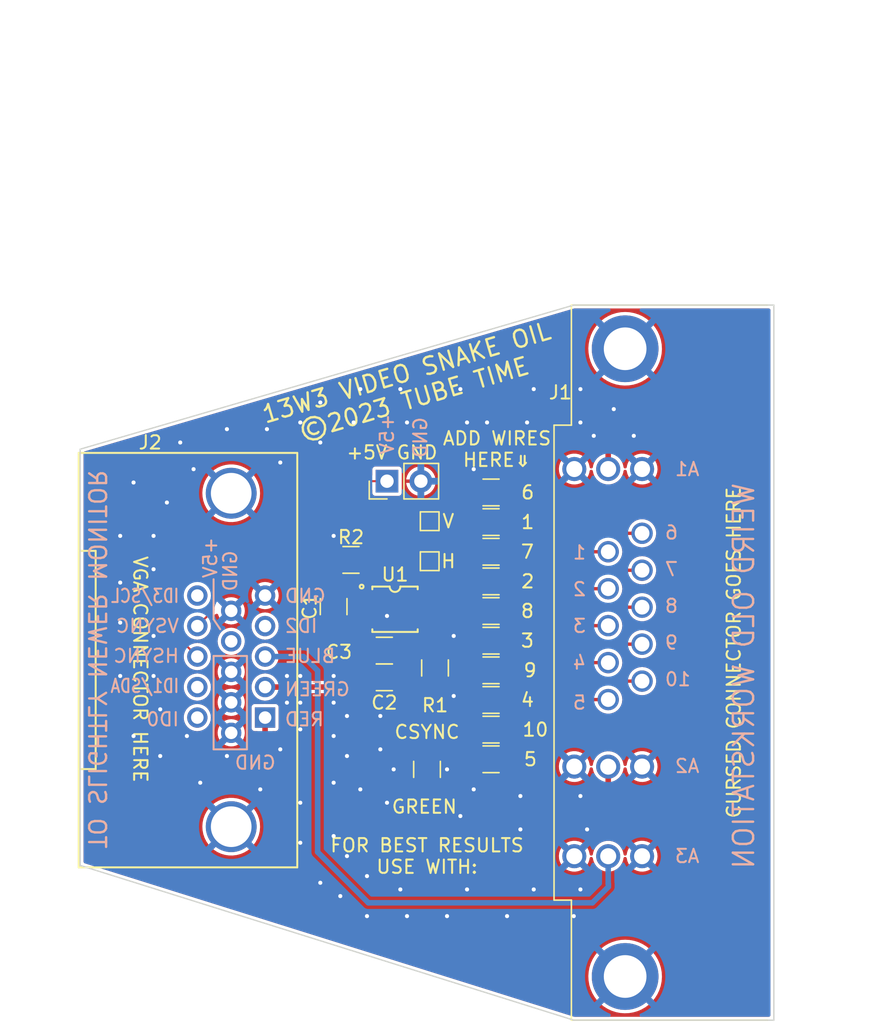
<source format=kicad_pcb>
(kicad_pcb (version 20211014) (generator pcbnew)
  (title_block (title "13W3 Video Snake Oil") (comment 1 "http://creativecommons.org/licenses/by-sa/4.0/") (comment 2 "4.0 International License. To view a copy of the license, visit ") (comment 3 "This work is licensed under the Creative Commons Attribution-ShareAlike") (comment 4 "Copyright (C) 2023 Tube Time"))
  (layers (0 "F.Cu" signal) (31 "B.Cu" signal) (34 "B.Paste" user) (35 "F.Paste" user) (36 "B.SilkS" user "B.Silkscreen") (37 "F.SilkS" user "F.Silkscreen") (38 "B.Mask" user) (39 "F.Mask" user) (44 "Edge.Cuts" user))
  (net 0 "")
  (net 1 "+5V")
  (net 2 "GND")
  (net 3 "Net-(C2-Pad1)")
  (net 4 "Net-(U1-Pad4)")
  (net 5 "Net-(J1-Pad1)")
  (net 6 "Net-(J1-Pad2)")
  (net 7 "Net-(J1-Pad3)")
  (net 8 "Net-(J1-Pad4)")
  (net 9 "Net-(J1-Pad5)")
  (net 10 "Net-(J1-Pad6)")
  (net 11 "Net-(J1-Pad7)")
  (net 12 "Net-(J1-Pad8)")
  (net 13 "Net-(J1-Pad9)")
  (net 14 "Net-(J1-Pad10)")
  (net 15 "Net-(J2-Pad3)")
  (net 19 "/~{HOUT}")
  (net 20 "/~{VOUT}")
  (net 22 "Net-(JP11-Pad1)")
  (net 23 "Net-(U1-Pad1)")
  (net 29 "Net-(J1-PadA1)")
  (net 30 "Net-(J1-PadA2)")
  (footprint "Connector_PinHeader_2.54mm:PinHeader_1x02_P2.54mm_Vertical" (layer "F.Cu") (at 128 81.4 90)
    (fp_text reference "J5" hide)
    (fp_text value "PWR")
    (fp_line (start -1.33 0) (end -1.33 -1.33) (layer "F.SilkS") (width 0.12))
    (fp_line (start -1.33 1.27) (end -1.33 3.87) (layer "F.SilkS") (width 0.12))
    (fp_line (start -1.33 -1.33) (end 0 -1.33) (layer "F.SilkS") (width 0.12))
    (fp_line (start -1.33 1.27) (end 1.33 1.27) (layer "F.SilkS") (width 0.12))
    (fp_line (start -1.33 3.87) (end 1.33 3.87) (layer "F.SilkS") (width 0.12))
    (fp_line (start 1.33 1.27) (end 1.33 3.87) (layer "F.SilkS") (width 0.12))
    (pad "1" thru_hole rect (at 0 0 90) (size 1.7 1.7) (drill 1) (layers *.Cu *.Mask) (net 1 "+5V"))
    (pad "2" thru_hole oval (at 0 2.54 90) (size 1.7 1.7) (drill 1) (layers *.Cu *.Mask) (net 2 "GND"))
  )
  (footprint "Passive:RESC2012X55" (layer "F.Cu") (at 135.8 93.355556)
    (fp_text reference "JP3" hide)
    (fp_text value "SolderJumper_2_Open")
    (fp_line (start 0.6 1) (end -0.6 1) (layer "F.SilkS") (width 0.12))
    (fp_line (start -0.6 -1) (end 0.6 -1) (layer "F.SilkS") (width 0.12))
    (pad "1" smd rect locked (at -1.25 0) (size 1.2 1.3) (layers "F.Cu" "F.Paste" "F.Mask") (net 2 "GND"))
    (pad "2" smd rect locked (at 1.25 0) (size 1.2 1.3) (layers "F.Cu" "F.Paste" "F.Mask") (net 7 "Net-(J1-Pad3)"))
  )
  (footprint "Passive:RESC2012X55" (layer "F.Cu") (at 135.8 91.133334)
    (fp_text reference "JP8" hide)
    (fp_text value "SolderJumper_2_Open")
    (fp_line (start -0.6 -1) (end 0.6 -1) (layer "F.SilkS") (width 0.12))
    (fp_line (start 0.6 1) (end -0.6 1) (layer "F.SilkS") (width 0.12))
    (pad "1" smd rect locked (at -1.25 0) (size 1.2 1.3) (layers "F.Cu" "F.Paste" "F.Mask") (net 2 "GND"))
    (pad "2" smd rect locked (at 1.25 0) (size 1.2 1.3) (layers "F.Cu" "F.Paste" "F.Mask") (net 12 "Net-(J1-Pad8)"))
  )
  (footprint "Passive:RESC2012X55" (layer "F.Cu") (at 135.8 84.466668)
    (fp_text reference "JP1" hide)
    (fp_text value "SolderJumper_2_Open")
    (fp_line (start 0.6 1) (end -0.6 1) (layer "F.SilkS") (width 0.12))
    (fp_line (start -0.6 -1) (end 0.6 -1) (layer "F.SilkS") (width 0.12))
    (pad "1" smd rect locked (at -1.25 0) (size 1.2 1.3) (layers "F.Cu" "F.Paste" "F.Mask") (net 2 "GND"))
    (pad "2" smd rect locked (at 1.25 0) (size 1.2 1.3) (layers "F.Cu" "F.Paste" "F.Mask") (net 5 "Net-(J1-Pad1)"))
  )
  (footprint "Passive:CAPC2012X55" (layer "F.Cu") (at 127.8 94.1 180)
    (fp_text reference "C3" (at 3.4 -0.1) (layer "F.SilkS"))
    (fp_text value "0.1uF")
    (fp_line (start -0.6 -1) (end 0.6 -1) (layer "F.SilkS") (width 0.12))
    (fp_line (start 0.6 1) (end -0.6 1) (layer "F.SilkS") (width 0.12))
    (pad "1" smd rect locked (at -1.25 0 180) (size 1.2 1.3) (layers "F.Cu" "F.Paste" "F.Mask") (net 3 "Net-(C2-Pad1)"))
    (pad "2" smd rect locked (at 1.25 0 180) (size 1.2 1.3) (layers "F.Cu" "F.Paste" "F.Mask") (net 4 "Net-(U1-Pad4)"))
  )
  (footprint "Passive:RESC2012X55" (layer "F.Cu") (at 135.8 82.244446)
    (fp_text reference "JP6" hide)
    (fp_text value "SolderJumper_2_Open")
    (fp_line (start 0.6 1) (end -0.6 1) (layer "F.SilkS") (width 0.12))
    (fp_line (start -0.6 -1) (end 0.6 -1) (layer "F.SilkS") (width 0.12))
    (pad "1" smd rect locked (at -1.25 0) (size 1.2 1.3) (layers "F.Cu" "F.Paste" "F.Mask") (net 2 "GND"))
    (pad "2" smd rect locked (at 1.25 0) (size 1.2 1.3) (layers "F.Cu" "F.Paste" "F.Mask") (net 10 "Net-(J1-Pad6)"))
  )
  (footprint "Passive:CAPC2012X55" (layer "F.Cu") (at 124 90.8 90)
    (fp_text reference "C1" (at 0 -1.8 90) (layer "F.SilkS"))
    (fp_text value "0.1uF")
    (fp_line (start 0.6 1) (end -0.6 1) (layer "F.SilkS") (width 0.12))
    (fp_line (start -0.6 -1) (end 0.6 -1) (layer "F.SilkS") (width 0.12))
    (pad "1" smd rect locked (at -1.25 0 90) (size 1.2 1.3) (layers "F.Cu" "F.Paste" "F.Mask") (net 1 "+5V"))
    (pad "2" smd rect locked (at 1.25 0 90) (size 1.2 1.3) (layers "F.Cu" "F.Paste" "F.Mask") (net 2 "GND"))
  )
  (footprint "Passive:RESC2012X55" (layer "F.Cu") (at 135.8 86.68889)
    (fp_text reference "JP7" hide)
    (fp_text value "SolderJumper_2_Open")
    (fp_line (start -0.6 -1) (end 0.6 -1) (layer "F.SilkS") (width 0.12))
    (fp_line (start 0.6 1) (end -0.6 1) (layer "F.SilkS") (width 0.12))
    (pad "1" smd rect locked (at -1.25 0) (size 1.2 1.3) (layers "F.Cu" "F.Paste" "F.Mask") (net 2 "GND"))
    (pad "2" smd rect locked (at 1.25 0) (size 1.2 1.3) (layers "F.Cu" "F.Paste" "F.Mask") (net 11 "Net-(J1-Pad7)"))
  )
  (footprint "Passive:RESC2012X55" (layer "F.Cu") (at 125.3 87.3)
    (fp_text reference "R2" (at 0 -1.7) (layer "F.SilkS"))
    (fp_text value "10K 1%")
    (fp_line (start 0.6 1) (end -0.6 1) (layer "F.SilkS") (width 0.12))
    (fp_line (start -0.6 -1) (end 0.6 -1) (layer "F.SilkS") (width 0.12))
    (pad "1" smd rect locked (at -1.25 0) (size 1.2 1.3) (layers "F.Cu" "F.Paste" "F.Mask") (net 2 "GND"))
    (pad "2" smd rect locked (at 1.25 0) (size 1.2 1.3) (layers "F.Cu" "F.Paste" "F.Mask") (net 23 "Net-(U1-Pad1)"))
  )
  (footprint "Passive:RESC2012X55" (layer "F.Cu") (at 135.8 100.022222)
    (fp_text reference "JP10" hide)
    (fp_text value "SolderJumper_2_Open")
    (fp_line (start -0.6 -1) (end 0.6 -1) (layer "F.SilkS") (width 0.12))
    (fp_line (start 0.6 1) (end -0.6 1) (layer "F.SilkS") (width 0.12))
    (pad "1" smd rect locked (at -1.25 0) (size 1.2 1.3) (layers "F.Cu" "F.Paste" "F.Mask") (net 2 "GND"))
    (pad "2" smd rect locked (at 1.25 0) (size 1.2 1.3) (layers "F.Cu" "F.Paste" "F.Mask") (net 14 "Net-(J1-Pad10)"))
  )
  (footprint "Passive:CAPC2012X55" (layer "F.Cu") (at 127.8 96.1 180)
    (fp_text reference "C2" (at 0 -1.9) (layer "F.SilkS"))
    (fp_text value "560pF")
    (fp_line (start -0.6 -1) (end 0.6 -1) (layer "F.SilkS") (width 0.12))
    (fp_line (start 0.6 1) (end -0.6 1) (layer "F.SilkS") (width 0.12))
    (pad "1" smd rect locked (at -1.25 0 180) (size 1.2 1.3) (layers "F.Cu" "F.Paste" "F.Mask") (net 3 "Net-(C2-Pad1)"))
    (pad "2" smd rect locked (at 1.25 0 180) (size 1.2 1.3) (layers "F.Cu" "F.Paste" "F.Mask") (net 2 "GND"))
  )
  (footprint "Conn:DB15HDFC" (layer "F.Cu") (at 116.321 107.2968 90)
    (fp_text reference "J2" (at 28.7968 -6.071 180) (layer "F.SilkS"))
    (fp_text value "VGA")
    (fp_line (start -3.048 -11.43) (end -3.048 4.953) (layer "F.SilkS") (width 0.15))
    (fp_line (start 28.0162 4.953) (end 28.0162 -11.43) (layer "F.SilkS") (width 0.15))
    (fp_line (start 4.318 -10.16) (end 20.6756 -10.16) (layer "F.SilkS") (width 0.15))
    (fp_line (start 4.318 -10.16) (end 4.318 -11.43) (layer "F.SilkS") (width 0.15))
    (fp_line (start -3.048 4.953) (end 28.0162 4.953) (layer "F.SilkS") (width 0.15))
    (fp_line (start 28.0162 -11.43) (end -3.048 -11.43) (layer "F.SilkS") (width 0.15))
    (fp_line (start 20.6756 -11.43) (end 20.6756 -10.16) (layer "F.SilkS") (width 0.15))
    (pad "1" thru_hole rect locked (at 8.1788 2.54 90) (size 1.524 1.524) (drill 0.9398) (layers *.Cu *.Mask) (net 29 "Net-(J1-PadA1)"))
    (pad "2" thru_hole circle locked (at 10.4648 2.54 90) (size 1.524 1.524) (drill 0.9398) (layers *.Cu *.Mask) (net 30 "Net-(J1-PadA2)"))
    (pad "3" thru_hole circle locked (at 12.7508 2.54 90) (size 1.524 1.524) (drill 0.9398) (layers *.Cu *.Mask) (net 15 "Net-(J2-Pad3)"))
    (pad "4" thru_hole circle locked (at 15.0368 2.54 90) (size 1.524 1.524) (drill 0.9398) (layers *.Cu *.Mask))
    (pad "5" thru_hole circle locked (at 17.3228 2.54 90) (size 1.524 1.524) (drill 0.9398) (layers *.Cu *.Mask) (net 2 "GND"))
    (pad "6" thru_hole circle locked (at 7.0358 0 90) (size 1.524 1.524) (drill 0.9398) (layers *.Cu *.Mask) (net 2 "GND"))
    (pad "7" thru_hole circle locked (at 9.3218 0 90) (size 1.524 1.524) (drill 0.9398) (layers *.Cu *.Mask) (net 2 "GND"))
    (pad "8" thru_hole circle locked (at 11.6078 0 90) (size 1.524 1.524) (drill 0.9398) (layers *.Cu *.Mask) (net 2 "GND"))
    (pad "9" thru_hole circle locked (at 13.8938 0 90) (size 1.524 1.524) (drill 0.9398) (layers *.Cu *.Mask))
    (pad "10" thru_hole circle locked (at 16.1798 0 90) (size 1.524 1.524) (drill 0.9398) (layers *.Cu *.Mask) (net 2 "GND"))
    (pad "11" thru_hole circle locked (at 8.1788 -2.54 90) (size 1.524 1.524) (drill 0.9398) (layers *.Cu *.Mask))
    (pad "12" thru_hole circle locked (at 10.4648 -2.54 90) (size 1.524 1.524) (drill 0.9398) (layers *.Cu *.Mask))
    (pad "13" thru_hole circle locked (at 12.7508 -2.54 90) (size 1.524 1.524) (drill 0.9398) (layers *.Cu *.Mask) (net 19 "/~{HOUT}"))
    (pad "14" thru_hole circle locked (at 15.0368 -2.54 90) (size 1.524 1.524) (drill 0.9398) (layers *.Cu *.Mask) (net 20 "/~{VOUT}"))
    (pad "15" thru_hole circle locked (at 17.3228 -2.54 90) (size 1.524 1.524) (drill 0.9398) (layers *.Cu *.Mask))
    (pad "SH" thru_hole circle locked (at 24.9936 0 90) (size 3.81 3.81) (drill 3.048) (layers *.Cu *.Mask) (net 2 "GND"))
    (pad "SH" thru_hole circle locked (at 0 0 90) (size 3.81 3.81) (drill 3.048) (layers *.Cu *.Mask) (net 2 "GND"))
  )
  (footprint "TestPoint:TestPoint_Pad_1.0x1.0mm" (layer "F.Cu") (at 131.2 84.4)
    (fp_text reference "J4" hide)
    (fp_text value "V")
    (fp_line (start -0.7 0.7) (end -0.7 -0.7) (layer "F.SilkS") (width 0.12))
    (fp_line (start -0.7 -0.7) (end 0.7 -0.7) (layer "F.SilkS") (width 0.12))
    (fp_line (start 0.7 -0.7) (end 0.7 0.7) (layer "F.SilkS") (width 0.12))
    (fp_line (start 0.7 0.7) (end -0.7 0.7) (layer "F.SilkS") (width 0.12))
    (pad "1" smd rect (at 0 0) (size 1 1) (layers "F.Cu" "F.Mask") (net 20 "/~{VOUT}"))
  )
  (footprint "Passive:RESC2012X55" (layer "F.Cu") (at 135.8 88.911112)
    (fp_text reference "JP2" hide)
    (fp_text value "SolderJumper_2_Open")
    (fp_line (start -0.6 -1) (end 0.6 -1) (layer "F.SilkS") (width 0.12))
    (fp_line (start 0.6 1) (end -0.6 1) (layer "F.SilkS") (width 0.12))
    (pad "1" smd rect locked (at -1.25 0) (size 1.2 1.3) (layers "F.Cu" "F.Paste" "F.Mask") (net 2 "GND"))
    (pad "2" smd rect locked (at 1.25 0) (size 1.2 1.3) (layers "F.Cu" "F.Paste" "F.Mask") (net 6 "Net-(J1-Pad2)"))
  )
  (footprint "Passive:RESC2012X55" (layer "F.Cu") (at 135.8 102.244446)
    (fp_text reference "JP5" hide)
    (fp_text value "SolderJumper_2_Open")
    (fp_line (start 0.6 1) (end -0.6 1) (layer "F.SilkS") (width 0.12))
    (fp_line (start -0.6 -1) (end 0.6 -1) (layer "F.SilkS") (width 0.12))
    (pad "1" smd rect locked (at -1.25 0) (size 1.2 1.3) (layers "F.Cu" "F.Paste" "F.Mask") (net 2 "GND"))
    (pad "2" smd rect locked (at 1.25 0) (size 1.2 1.3) (layers "F.Cu" "F.Paste" "F.Mask") (net 9 "Net-(J1-Pad5)"))
  )
  (footprint "Passive:RESC2012X55" (layer "F.Cu") (at 135.8 97.8)
    (fp_text reference "JP4" hide)
    (fp_text value "SolderJumper_2_Open")
    (fp_line (start 0.6 1) (end -0.6 1) (layer "F.SilkS") (width 0.12))
    (fp_line (start -0.6 -1) (end 0.6 -1) (layer "F.SilkS") (width 0.12))
    (pad "1" smd rect locked (at -1.25 0) (size 1.2 1.3) (layers "F.Cu" "F.Paste" "F.Mask") (net 2 "GND"))
    (pad "2" smd rect locked (at 1.25 0) (size 1.2 1.3) (layers "F.Cu" "F.Paste" "F.Mask") (net 8 "Net-(J1-Pad4)"))
  )
  (footprint "TestPoint:TestPoint_Pad_1.0x1.0mm" (layer "F.Cu") (at 131.2 87.4)
    (fp_text reference "J3" hide)
    (fp_text value "H")
    (fp_line (start -0.7 0.7) (end -0.7 -0.7) (layer "F.SilkS") (width 0.12))
    (fp_line (start -0.7 -0.7) (end 0.7 -0.7) (layer "F.SilkS") (width 0.12))
    (fp_line (start 0.7 -0.7) (end 0.7 0.7) (layer "F.SilkS") (width 0.12))
    (fp_line (start 0.7 0.7) (end -0.7 0.7) (layer "F.SilkS") (width 0.12))
    (pad "1" smd rect (at 0 0) (size 1 1) (layers "F.Cu" "F.Mask") (net 19 "/~{HOUT}"))
  )
  (footprint "Conn:DSUB-13W3" (layer "F.Cu") (at 156.5225 95 90)
    (fp_text reference "J1" (at 20.25 -15.5225 180) (layer "F.SilkS"))
    (fp_text value "DB13W3")
    (fp_line (start -17.8 -16) (end 17.8 -16) (layer "F.SilkS") (width 0.12))
    (fp_line (start -17.8 -14.7) (end -17.8 -16) (layer "F.SilkS") (width 0.12))
    (fp_line (start 17.8 -14.7) (end 17.8 -16) (layer "F.SilkS") (width 0.12))
    (fp_line (start 26.8 -14.7) (end 26.8 0) (layer "F.SilkS") (width 0.12))
    (fp_line (start 17.8 -14.7) (end 26.8 -14.7) (layer "F.SilkS") (width 0.12))
    (fp_line (start -26.8 0) (end -26.8 -14.7) (layer "F.SilkS") (width 0.12))
    (fp_line (start -26.8 -14.7) (end -17.8 -14.7) (layer "F.SilkS") (width 0.12))
    (pad "1" thru_hole circle (at 8.31 -11.94 90) (size 1.6 1.6) (drill 1.1) (layers *.Cu *.Mask) (net 5 "Net-(J1-Pad1)"))
    (pad "2" thru_hole circle (at 5.54 -11.94 90) (size 1.6 1.6) (drill 1.1) (layers *.Cu *.Mask) (net 6 "Net-(J1-Pad2)"))
    (pad "3" thru_hole circle (at 2.77 -11.94 90) (size 1.6 1.6) (drill 1.1) (layers *.Cu *.Mask) (net 7 "Net-(J1-Pad3)"))
    (pad "4" thru_hole circle (at 0 -11.94 90) (size 1.6 1.6) (drill 1.1) (layers *.Cu *.Mask) (net 8 "Net-(J1-Pad4)"))
    (pad "5" thru_hole circle (at -2.77 -11.94 90) (size 1.6 1.6) (drill 1.1) (layers *.Cu *.Mask) (net 9 "Net-(J1-Pad5)"))
    (pad "6" thru_hole circle (at 9.695 -9.4 90) (size 1.6 1.6) (drill 1.1) (layers *.Cu *.Mask) (net 10 "Net-(J1-Pad6)"))
    (pad "7" thru_hole circle (at 6.925 -9.4 90) (size 1.6 1.6) (drill 1.1) (layers *.Cu *.Mask) (net 11 "Net-(J1-Pad7)"))
    (pad "8" thru_hole circle (at 4.155 -9.4 90) (size 1.6 1.6) (drill 1.1) (layers *.Cu *.Mask) (net 12 "Net-(J1-Pad8)"))
    (pad "9" thru_hole circle (at 1.385 -9.4 90) (size 1.6 1.6) (drill 1.1) (layers *.Cu *.Mask) (net 13 "Net-(J1-Pad9)"))
    (pad "10" thru_hole circle (at -1.385 -9.4 90) (size 1.6 1.6) (drill 1.1) (layers *.Cu *.Mask) (net 14 "Net-(J1-Pad10)"))
    (pad "A1" thru_hole circle (at 14.51 -11.94 90) (size 1.8 1.8) (drill 1.2) (layers *.Cu *.Mask) (net 29 "Net-(J1-PadA1)"))
    (pad "A1G" thru_hole circle (at 14.51 -9.4 90) (size 1.8 1.8) (drill 1.2) (layers *.Cu *.Mask) (net 2 "GND"))
    (pad "A1G" thru_hole circle (at 14.51 -14.48 90) (size 1.8 1.8) (drill 1.2) (layers *.Cu *.Mask) (net 2 "GND"))
    (pad "A2" thru_hole circle (at -7.798 -11.94 90) (size 1.8 1.8) (drill 1.2) (layers *.Cu *.Mask) (net 30 "Net-(J1-PadA2)"))
    (pad "A2G" thru_hole circle (at -7.79 -14.48 90) (size 1.8 1.8) (drill 1.2) (layers *.Cu *.Mask) (net 2 "GND"))
    (pad "A2G" thru_hole circle (at -7.79 -9.4 90) (size 1.8 1.8) (drill 1.2) (layers *.Cu *.Mask) (net 2 "GND"))
    (pad "A3" thru_hole circle (at -14.51 -11.94 90) (size 1.8 1.8) (drill 1.2) (layers *.Cu *.Mask) (net 15 "Net-(J2-Pad3)"))
    (pad "A3G" thru_hole circle (at -14.51 -9.4 90) (size 1.8 1.8) (drill 1.2) (layers *.Cu *.Mask) (net 2 "GND"))
    (pad "A3G" thru_hole circle (at -14.51 -14.48 90) (size 1.8 1.8) (drill 1.2) (layers *.Cu *.Mask) (net 2 "GND"))
    (pad "SH" thru_hole circle (at -23.525 -10.67 90) (size 5 5) (drill 3.2) (layers *.Cu *.Mask) (net 2 "GND"))
    (pad "SH" thru_hole circle (at 23.525 -10.67 90) (size 5 5) (drill 3.2) (layers *.Cu *.Mask) (net 2 "GND"))
  )
  (footprint "Passive:RESC2012X55" (layer "F.Cu") (at 131 103 -90)
    (fp_text reference "JP11" hide)
    (fp_text value "SolderJumper_2_Open")
    (fp_line (start 0.6 1) (end -0.6 1) (layer "F.SilkS") (width 0.12))
    (fp_line (start -0.6 -1) (end 0.6 -1) (layer "F.SilkS") (width 0.12))
    (pad "1" smd rect locked (at -1.25 0 270) (size 1.2 1.3) (layers "F.Cu" "F.Paste" "F.Mask") (net 22 "Net-(JP11-Pad1)"))
    (pad "2" smd rect locked (at 1.25 0 270) (size 1.2 1.3) (layers "F.Cu" "F.Paste" "F.Mask") (net 30 "Net-(J1-PadA2)"))
  )
  (footprint "Active:SSOP50P500X110-10" (layer "F.Cu") (at 128.6 91)
    (fp_text reference "U1" (at 0 -2.6) (layer "F.SilkS"))
    (fp_text value "LMH1980")
    (fp_line (start -1.7 -1.7) (end -0.4 -1.7) (layer "F.SilkS") (width 0.15))
    (fp_line (start 0.4 -1.7) (end 1.7 -1.7) (layer "F.SilkS") (width 0.15))
    (fp_line (start -1.7 1.7) (end 1.7 1.7) (layer "F.SilkS") (width 0.15))
    (fp_line (start 1.7 -1.7) (end 1.7 -1.5) (layer "F.SilkS") (width 0.15))
    (fp_line (start -1.7 1.7) (end -1.7 1.5) (layer "F.SilkS") (width 0.15))
    (fp_line (start 1.7 1.7) (end 1.7 1.5) (layer "F.SilkS") (width 0.15))
    (fp_line (start -1.7 -1.7) (end -1.7 -1.5) (layer "F.SilkS") (width 0.15))
    (fp_arc (start 0.4 -1.7) (mid 0 -1.3) (end -0.4 -1.7) (layer "F.SilkS") (width 0.15))
    (fp_circle (center -2.5 -1.7) (end -2.4 -1.6) (layer "F.SilkS") (width 0.15) (fill none))
    (pad "1" smd rect locked (at -2.2 -1) (size 1.4 0.3) (layers "F.Cu" "F.Paste" "F.Mask") (net 23 "Net-(U1-Pad1)"))
    (pad "2" smd rect locked (at -2.2 -0.5) (size 1.4 0.3) (layers "F.Cu" "F.Paste" "F.Mask") (net 2 "GND"))
    (pad "3" smd rect locked (at -2.2 0) (size 1.4 0.3) (layers "F.Cu" "F.Paste" "F.Mask") (net 1 "+5V"))
    (pad "4" smd rect locked (at -2.2 0.5) (size 1.4 0.3) (layers "F.Cu" "F.Paste" "F.Mask") (net 4 "Net-(U1-Pad4)"))
    (pad "5" smd rect locked (at -2.2 1) (size 1.4 0.3) (layers "F.Cu" "F.Paste" "F.Mask"))
    (pad "6" smd rect locked (at 2.2 1) (size 1.4 0.3) (layers "F.Cu" "F.Paste" "F.Mask") (net 19 "/~{HOUT}"))
    (pad "7" smd rect locked (at 2.2 0.5) (size 1.4 0.3) (layers "F.Cu" "F.Paste" "F.Mask") (net 20 "/~{VOUT}"))
    (pad "8" smd rect locked (at 2.2 0) (size 1.4 0.3) (layers "F.Cu" "F.Paste" "F.Mask"))
    (pad "9" smd rect locked (at 2.2 -0.5) (size 1.4 0.3) (layers "F.Cu" "F.Paste" "F.Mask"))
    (pad "10" smd rect locked (at 2.2 -1) (size 1.4 0.3) (layers "F.Cu" "F.Paste" "F.Mask"))
  )
  (footprint "Passive:RESC2012X55" (layer "F.Cu") (at 131.6 95.4 -90)
    (fp_text reference "R1" (at 2.8 0 180) (layer "F.SilkS"))
    (fp_text value "100")
    (fp_line (start -0.6 -1) (end 0.6 -1) (layer "F.SilkS") (width 0.12))
    (fp_line (start 0.6 1) (end -0.6 1) (layer "F.SilkS") (width 0.12))
    (pad "1" smd rect locked (at -1.25 0 270) (size 1.2 1.3) (layers "F.Cu" "F.Paste" "F.Mask") (net 3 "Net-(C2-Pad1)"))
    (pad "2" smd rect locked (at 1.25 0 270) (size 1.2 1.3) (layers "F.Cu" "F.Paste" "F.Mask") (net 22 "Net-(JP11-Pad1)"))
  )
  (footprint "Passive:RESC2012X55" (layer "F.Cu") (at 135.8 95.577778)
    (fp_text reference "JP9" hide)
    (fp_text value "SolderJumper_2_Open")
    (fp_line (start -0.6 -1) (end 0.6 -1) (layer "F.SilkS") (width 0.12))
    (fp_line (start 0.6 1) (end -0.6 1) (layer "F.SilkS") (width 0.12))
    (pad "1" smd rect locked (at -1.25 0) (size 1.2 1.3) (layers "F.Cu" "F.Paste" "F.Mask") (net 2 "GND"))
    (pad "2" smd rect locked (at 1.25 0) (size 1.2 1.3) (layers "F.Cu" "F.Paste" "F.Mask") (net 13 "Net-(J1-Pad9)"))
  )
  (gr_line (start 115.5 92.5) (end 115 91.75) (layer "B.SilkS") (width 0.15))
  (gr_line (start 115 91.75) (end 115 88.75) (layer "B.SilkS") (width 0.15))
  (gr_line (start 117.5 101.5) (end 117.5 94.5) (layer "B.SilkS") (width 0.15))
  (gr_line (start 115 101.5) (end 117.5 101.5) (layer "B.SilkS") (width 0.15))
  (gr_line (start 117.5 94.5) (end 115 94.5) (layer "B.SilkS") (width 0.15))
  (gr_line (start 115 94.5) (end 115 101.5) (layer "B.SilkS") (width 0.15))
  (gr_line (start 105 79) (end 105 110.2) (layer "Edge.Cuts") (width 0.1))
  (gr_line (start 157 68.2) (end 142 68.2) (layer "Edge.Cuts") (width 0.1))
  (gr_line (start 142 121.8) (end 157 121.8) (layer "Edge.Cuts") (width 0.1))
  (gr_line (start 157 121.8) (end 157 68.2) (layer "Edge.Cuts") (width 0.1))
  (gr_line (start 105 110.2) (end 142 121.8) (layer "Edge.Cuts") (width 0.1))
  (gr_line (start 142 68.2) (end 105 79) (layer "Edge.Cuts") (width 0.1))
  (gr_text "GND" (at 120.25 90) (layer "B.SilkS") (effects (font (size 1 1)) (justify right mirror)))
  (gr_text "ID3/SCL" (at 112.500004 89.999998) (layer "B.SilkS") (effects (font (size 1 0.8128)) (justify left mirror)))
  (gr_text "1" (at 142.999993 86.749992) (layer "B.SilkS") (effects (font (size 1 1)) (justify left mirror)))
  (gr_text "A2" (at 149.500006 102.75001) (layer "B.SilkS") (effects (font (size 1 1)) (justify right mirror)))
  (gr_text "+5V" (at 114.750012 88.749988 90) (layer "B.SilkS") (effects (font (size 1 1)) (justify right mirror)))
  (gr_text "4" (at 142.999993 94.999988) (layer "B.SilkS") (effects (font (size 1 1)) (justify left mirror)))
  (gr_text "A1" (at 149.500006 80.499991) (layer "B.SilkS") (effects (font (size 1 1)) (justify right mirror)))
  (gr_text "BLUE" (at 120.250001 94.499989) (layer "B.SilkS") (effects (font (size 1 1)) (justify right mirror)))
  (gr_text "7" (at 148.749995 88.000002) (layer "B.SilkS") (effects (font (size 1 1)) (justify right mirror)))
  (gr_text "ID0" (at 112.500004 99.249992) (layer "B.SilkS") (effects (font (size 1 1)) (justify left mirror)))
  (gr_text "TO SLIGHTLY NEWER MONITOR" (at 106.25 94.75 270) (layer "B.SilkS") (effects (font (size 1.27 1.27) (thickness 0.1778)) (justify mirror)))
  (gr_text "9" (at 148.749995 93.499991) (layer "B.SilkS") (effects (font (size 1 1)) (justify right mirror)))
  (gr_text "2" (at 142.999993 89.499999) (layer "B.SilkS") (effects (font (size 1 1)) (justify left mirror)))
  (gr_text "6" (at 148.75 85.25) (layer "B.SilkS") (effects (font (size 1 1)) (justify right mirror)))
  (gr_text "WEIRD OLD WORKSTATION" (at 154.750008 96.000011 90) (layer "B.SilkS") (effects (font (size 1.524 1.524) (thickness 0.1778)) (justify mirror)))
  (gr_text "RED" (at 120.25 99.249992) (layer "B.SilkS") (effects (font (size 1 1)) (justify right mirror)))
  (gr_text "3" (at 142.999993 92.250006) (layer "B.SilkS") (effects (font (size 1 1)) (justify left mirror)))
  (gr_text "HSYNC" (at 112.500004 94.499989) (layer "B.SilkS") (effects (font (size 1 1)) (justify left mirror)))
  (gr_text "+5V" (at 128 79.5 90) (layer "B.SilkS") (effects (font (size 1 1)) (justify right mirror)))
  (gr_text "GREEN" (at 120.250001 97.000009) (layer "B.SilkS") (effects (font (size 1 1)) (justify right mirror)))
  (gr_text "10" (at 148.749995 96.249998) (layer "B.SilkS") (effects (font (size 1 1)) (justify right mirror)))
  (gr_text "VSYNC" (at 112.500004 92.250006) (layer "B.SilkS") (effects (font (size 1 1)) (justify left mirror)))
  (gr_text "ID2" (at 120.25 92.25) (layer "B.SilkS") (effects (font (size 1 1)) (justify right mirror)))
  (gr_text "5" (at 142.999993 98.000007) (layer "B.SilkS") (effects (font (size 1 1)) (justify left mirror)))
  (gr_text "ID1/SDA" (at 112.500004 96.749997) (layer "B.SilkS") (effects (font (size 1 0.8128)) (justify left mirror)))
  (gr_text "GND" (at 130.5 79.75 90) (layer "B.SilkS") (effects (font (size 1 1)) (justify right mirror)))
  (gr_text "GND" (at 116.5 102.5) (layer "B.SilkS") (effects (font (size 1 1)) (justify right mirror)))
  (gr_text "8" (at 148.749995 90.750009) (layer "B.SilkS") (effects (font (size 1 1)) (justify right mirror)))
  (gr_text "GND" (at 116.25 89.75 90) (layer "B.SilkS") (effects (font (size 1 1)) (justify right mirror)))
  (gr_text "A3" (at 149.500006 109.50001) (layer "B.SilkS") (effects (font (size 1 1)) (justify right mirror)))
  (gr_text "6" (at 138.55 82.244446) (layer "F.SilkS") (effects (font (size 1 1))))
  (gr_text "4" (at 138.5275 97.8) (layer "F.SilkS") (effects (font (size 1 1))))
  (gr_text "CSYNC" (at 131 100.2) (layer "F.SilkS") (effects (font (size 1 1))))
  (gr_text "GREEN" (at 130.8 105.8) (layer "F.SilkS") (effects (font (size 1 1))))
  (gr_text "7" (at 138.5275 86.68889) (layer "F.SilkS") (effects (font (size 1 1))))
  (gr_text "9" (at 138.7275 95.577778) (layer "F.SilkS") (effects (font (size 1 1))))
  (gr_text "FOR BEST RESULTS\nUSE WITH:" (at 131 109.5) (layer "F.SilkS") (effects (font (size 1 1))))
  (gr_text "10" (at 139.1275 100.022222) (layer "F.SilkS") (effects (font (size 1 1))))
  (gr_text "3" (at 138.5275 93.355556) (layer "F.SilkS") (effects (font (size 1 1))))
  (gr_text "VGA CONNECTOR HERE" (at 109.50001 95.500012 270) (layer "F.SilkS") (effects (font (size 1 1))))
  (gr_text "2" (at 138.55 88.911112) (layer "F.SilkS") (effects (font (size 1 1))))
  (gr_text "+5V" (at 126.5 79.25) (layer "F.SilkS") (effects (font (size 1 1))))
  (gr_text "H" (at 132.6 87.4) (layer "F.SilkS") (effects (font (size 1 1))))
  (gr_text "5" (at 138.75 102.244446) (layer "F.SilkS") (effects (font (size 1 1))))
  (gr_text "CURSED CONNECTOR GOES HERE" (at 154 94.250002 90) (layer "F.SilkS") (effects (font (size 1 1))))
  (gr_text "ADD WIRES\nHERE⇓" (at 136.249994 78.999994) (layer "F.SilkS") (effects (font (size 1 1))))
  (gr_text "GND" (at 130.25 79.250007) (layer "F.SilkS") (effects (font (size 1 1))))
  (gr_text "13W3 VIDEO SNAKE OIL\n©2023 TUBE TIME" (at 129.750007 74.249991 16.5) (layer "F.SilkS") (effects (font (size 1.27 1.27) (thickness 0.1778))))
  (gr_text "1" (at 138.55 84.466668) (layer "F.SilkS") (effects (font (size 1 1))))
  (gr_text "8" (at 138.5275 91.133334) (layer "F.SilkS") (effects (font (size 1 1))))
  (gr_text "V" (at 132.6 84.4) (layer "F.SilkS") (effects (font (size 1 1))))
  (segment (start 122.4 85.8) (end 126.8 81.4) (width 0.1524) (layer "F.Cu") (net 1))
  (segment (start 123.05 92.05) (end 122.4 91.4) (width 0.1524) (layer "F.Cu") (net 1))
  (segment (start 122.4 91.4) (end 122.4 85.8) (width 0.1524) (layer "F.Cu") (net 1))
  (segment (start 125.05 91) (end 124 92.05) (width 0.1524) (layer "F.Cu") (net 1))
  (segment (start 126.4 91) (end 125.05 91) (width 0.1524) (layer "F.Cu") (net 1))
  (segment (start 126.8 81.4) (end 128 81.4) (width 0.1524) (layer "F.Cu") (net 1))
  (segment (start 124 92.05) (end 123.05 92.05) (width 0.1524) (layer "F.Cu") (net 1))
  (segment (start 126.4 90.5) (end 127.75 90.5) (width 0.254) (layer "F.Cu") (net 2))
  (segment (start 126.4 90.5) (end 125.2 90.5) (width 0.254) (layer "F.Cu") (net 2))
  (via (at 118.5 104.5) (size 0.7112) (drill 0.3048) (layers "F.Cu" "B.Cu") (net 2))
  (via (at 134 77) (size 0.7112) (drill 0.3048) (layers "F.Cu" "B.Cu") (net 2))
  (via (at 121.5 77) (size 0.7112) (drill 0.3048) (layers "F.Cu" "B.Cu") (net 2))
  (via (at 126.5 114) (size 0.7112) (drill 0.3048) (layers "F.Cu" "B.Cu") (net 2))
  (via (at 120.5 96) (size 0.7112) (drill 0.3048) (layers "F.Cu" "B.Cu") (net 2))
  (via (at 125 102) (size 0.7112) (drill 0.3048) (layers "F.Cu" "B.Cu") (net 2))
  (via (at 116 102) (size 0.7112) (drill 0.3048) (layers "F.Cu" "B.Cu") (net 2))
  (via (at 125.5 77) (size 0.7112) (drill 0.3048) (layers "F.Cu" "B.Cu") (net 2))
  (via (at 125 109.5) (size 0.7112) (drill 0.3048) (layers "F.Cu" "B.Cu") (net 2))
  (via (at 142.5 105) (size 0.7112) (drill 0.3048) (layers "F.Cu" "B.Cu") (net 2))
  (via (at 142.5 74.5) (size 0.7112) (drill 0.3048) (layers "F.Cu" "B.Cu") (net 2))
  (via (at 138.5 77) (size 0.7112) (drill 0.3048) (layers "F.Cu" "B.Cu") (net 2))
  (via (at 109 100.5) (size 0.7112) (drill 0.3048) (layers "F.Cu" "B.Cu") (net 2))
  (via (at 108 89) (size 0.7112) (drill 0.3048) (layers "F.Cu" "B.Cu") (net 2))
  (via (at 111 102) (size 0.7112) (drill 0.3048) (layers "F.Cu" "B.Cu") (net 2))
  (via (at 134.5 80.5) (size 0.7112) (drill 0.3048) (layers "F.Cu" "B.Cu") (net 2))
  (via (at 110.5 85.5) (size 0.7112) (drill 0.3048) (layers "F.Cu" "B.Cu") (net 2))
  (via (at 108 85.5) (size 0.7112) (drill 0.3048) (layers "F.Cu" "B.Cu") (net 2))
  (via (at 145 76) (size 0.7112) (drill 0.3048) (layers "F.Cu" "B.Cu") (net 2))
  (via (at 124.5 112.5) (size 0.7112) (drill 0.3048) (layers "F.Cu" "B.Cu") (net 2))
  (via (at 134 112) (size 0.7112) (drill 0.3048) (layers "F.Cu" "B.Cu") (net 2))
  (via (at 124 100.5) (size 0.7112) (drill 0.3048) (layers "F.Cu" "B.Cu") (net 2))
  (via (at 126.5 111) (size 0.7112) (drill 0.3048) (layers "F.Cu" "B.Cu") (net 2))
  (via (at 129.5 77) (size 0.7112) (drill 0.3048) (layers "F.Cu" "B.Cu") (net 2))
  (via (at 123 78.5) (size 0.7112) (drill 0.3048) (layers "F.Cu" "B.Cu") (net 2))
  (via (at 114 104) (size 0.7112) (drill 0.3048) (layers "F.Cu" "B.Cu") (net 2))
  (via (at 143 107.5) (size 0.7112) (drill 0.3048) (layers "F.Cu" "B.Cu") (net 2))
  (via (at 139 112) (size 0.7112) (drill 0.3048) (layers "F.Cu" "B.Cu") (net 2))
  (via (at 132.5 103) (size 0.7112) (drill 0.3048) (layers "F.Cu" "B.Cu") (net 2))
  (via (at 126 104.5) (size 0.7112) (drill 0.3048) (layers "F.Cu" "B.Cu") (net 2))
  (via (at 110.5 96) (size 0.7112) (drill 0.3048) (layers "F.Cu" "B.Cu") (net 2))
  (via (at 128 91.5) (size 0.7112) (drill 0.3048) (layers "F.Cu" "B.Cu") (net 2))
  (via (at 133 97.5) (size 0.7112) (drill 0.3048) (layers "F.Cu" "B.Cu") (net 2))
  (via (at 123 111.5) (size 0.7112) (drill 0.3048) (layers "F.Cu" "B.Cu") (net 2))
  (via (at 142 114) (size 0.7112) (drill 0.3048) (layers "F.Cu" "B.Cu") (net 2))
  (via (at 139 74.5) (size 0.7112) (drill 0.3048) (layers "F.Cu" "B.Cu") (net 2))
  (via (at 133.5 74.5) (size 0.7112) (drill 0.3048) (layers "F.Cu" "B.Cu") (net 2))
  (via (at 108 96) (size 0.7112) (drill 0.3048) (layers "F.Cu" "B.Cu") (net 2))
  (via (at 121.5 100) (size 0.7112) (drill 0.3048) (layers "F.Cu" "B.Cu") (net 2))
  (via (at 123 75.5) (size 0.7112) (drill 0.3048) (layers "F.Cu" "B.Cu") (net 2))
  (via (at 142.5 112) (size 0.7112) (drill 0.3048) (layers "F.Cu" "B.Cu") (net 2))
  (via (at 124 96) (size 0.7112) (drill 0.3048) (layers "F.Cu" "B.Cu") (net 2))
  (via (at 142.5 77) (size 0.7112) (drill 0.3048) (layers "F.Cu" "B.Cu") (net 2))
  (via (at 121.5 105.5) (size 0.7112) (drill 0.3048) (layers "F.Cu" "B.Cu") (net 2))
  (via (at 125 99) (size 0.7112) (drill 0.3048) (layers "F.Cu" "B.Cu") (net 2))
  (via (at 116 77.5) (size 0.7112) (drill 0.3048) (layers "F.Cu" "B.Cu") (net 2))
  (via (at 129.5 114) (size 0.7112) (drill 0.3048) (layers "F.Cu" "B.Cu") (net 2))
  (via (at 128 105.5) (size 0.7112) (drill 0.3048) (layers "F.Cu" "B.Cu") (net 2))
  (via (at 128.5 103) (size 0.7112) (drill 0.3048) (layers "F.Cu" "B.Cu") (net 2))
  (via (at 133 93) (size 0.7112) (drill 0.3048) (layers "F.Cu" "B.Cu") (net 2))
  (via (at 138 105) (size 0.7112) (drill 0.3048) (layers "F.Cu" "B.Cu") (net 2))
  (via (at 132.5 114) (size 0.7112) (drill 0.3048) (layers "F.Cu" "B.Cu") (net 2))
  (via (at 127.5 99) (size 0.7112) (drill 0.3048) (layers "F.Cu" "B.Cu") (net 2))
  (via (at 127.5 101.5) (size 0.7112) (drill 0.3048) (layers "F.Cu" "B.Cu") (net 2))
  (via (at 113.5 80.5) (size 0.7112) (drill 0.3048) (layers "F.Cu" "B.Cu") (net 2))
  (via (at 121.5 108.5) (size 0.7112) (drill 0.3048) (layers "F.Cu" "B.Cu") (net 2))
  (via (at 121.5 98) (size 0.7112) (drill 0.3048) (layers "F.Cu" "B.Cu") (net 2))
  (via (at 110.5 88) (size 0.7112) (drill 0.3048) (layers "F.Cu" "B.Cu") (net 2))
  (via (at 134.5 104.5) (size 0.7112) (drill 0.3048) (layers "F.Cu" "B.Cu") (net 2))
  (via (at 120 80) (size 0.7112) (drill 0.3048) (layers "F.Cu" "B.Cu") (net 2))
  (via (at 120.5 98) (size 0.7112) (drill 0.3048) (layers "F.Cu" "B.Cu") (net 2))
  (via (at 138 107.5) (size 0.7112) (drill 0.3048) (layers "F.Cu" "B.Cu") (net 2))
  (via (at 146.5 78) (size 0.7112) (drill 0.3048) (layers "F.Cu" "B.Cu") (net 2))
  (via (at 111 98.5) (size 0.7112) (drill 0.3048) (layers "F.Cu" "B.Cu") (net 2))
  (via (at 108 92) (size 0.7112) (drill 0.3048) (layers "F.Cu" "B.Cu") (net 2))
  (via (at 129 112) (size 0.7112) (drill 0.3048) (layers "F.Cu" "B.Cu") (net 2))
  (via (at 112.5 78.5) (size 0.7112) (drill 0.3048) (layers "F.Cu" "B.Cu") (net 2))
  (via (at 124 104) (size 0.7112) (drill 0.3048) (layers "F.Cu" "B.Cu") (net 2))
  (via (at 121.5 96) (size 0.7112) (drill 0.3048) (layers "F.Cu" "B.Cu") (net 2))
  (via (at 113 100.5) (size 0.7112) (drill 0.3048) (layers "F.Cu" "B.Cu") (net 2))
  (via (at 126 74.5) (size 0.7112) (drill 0.3048) (layers "F.Cu" "B.Cu") (net 2))
  (via (at 133.5 106.5) (size 0.7112) (drill 0.3048) (layers "F.Cu" "B.Cu") (net 2))
  (via (at 109 81.5) (size 0.7112) (drill 0.3048) (layers "F.Cu" "B.Cu") (net 2))
  (via (at 111.5 83) (size 0.7112) (drill 0.3048) (layers "F.Cu" "B.Cu") (net 2))
  (via (at 124 98) (size 0.7112) (drill 0.3048) (layers "F.Cu" "B.Cu") (net 2))
  (via (at 120 101.5) (size 0.7112) (drill 0.3048) (layers "F.Cu" "B.Cu") (net 2))
  (via (at 137 114) (size 0.7112) (drill 0.3048) (layers "F.Cu" "B.Cu") (net 2))
  (via (at 129 74.5) (size 0.7112) (drill 0.3048) (layers "F.Cu" "B.Cu") (net 2))
  (via (at 124 85.5) (size 0.7112) (drill 0.3048) (layers "F.Cu" "B.Cu") (net 2))
  (via (at 124 108) (size 0.7112) (drill 0.3048) (layers "F.Cu" "B.Cu") (net 2))
  (via (at 143.5 78) (size 0.7112) (drill 0.3048) (layers "F.Cu" "B.Cu") (net 2))
  (via (at 110.5 93) (size 0.7112) (drill 0.3048) (layers "F.Cu" "B.Cu") (net 2))
  (via (at 119 77.5) (size 0.7112) (drill 0.3048) (layers "F.Cu" "B.Cu") (net 2))
  (via (at 135.5 77) (size 0.7112) (drill 0.3048) (layers "F.Cu" "B.Cu") (net 2))
  (segment (start 129.05 94.1) (end 129.05 96.1) (width 0.1524) (layer "F.Cu") (net 3))
  (segment (start 129.05 94.1) (end 131.55 94.1) (width 0.1524) (layer "F.Cu") (net 3))
  (segment (start 131.55 94.1) (end 131.6 94.15) (width 0.1524) (layer "F.Cu") (net 3))
  (segment (start 125.2 91.798578) (end 125.2 92.75) (width 0.1524) (layer "F.Cu") (net 4))
  (segment (start 125.498578 91.5) (end 125.2 91.798578) (width 0.1524) (layer "F.Cu") (net 4))
  (segment (start 126.4 91.5) (end 125.498578 91.5) (width 0.1524) (layer "F.Cu") (net 4))
  (segment (start 125.2 92.75) (end 126.55 94.1) (width 0.1524) (layer "F.Cu") (net 4))
  (segment (start 137.05 84.466668) (end 138.866668 84.466668) (width 0.25) (layer "F.Cu") (net 5))
  (segment (start 141.09 86.69) (end 144.5825 86.69) (width 0.25) (layer "F.Cu") (net 5))
  (segment (start 138.866668 84.466668) (end 141.09 86.69) (width 0.25) (layer "F.Cu") (net 5))
  (segment (start 139.46 89.46) (end 138.911112 88.911112) (width 0.25) (layer "F.Cu") (net 6))
  (segment (start 138.911112 88.911112) (end 137.05 88.911112) (width 0.25) (layer "F.Cu") (net 6))
  (segment (start 144.5825 89.46) (end 139.46 89.46) (width 0.25) (layer "F.Cu") (net 6))
  (segment (start 144.5825 92.23) (end 139.97 92.23) (width 0.25) (layer "F.Cu") (net 7))
  (segment (start 139.97 92.23) (end 138.844444 93.355556) (width 0.25) (layer "F.Cu") (net 7))
  (segment (start 138.844444 93.355556) (end 137.05 93.355556) (width 0.25) (layer "F.Cu") (net 7))
  (segment (start 144.5825 95) (end 141.8 95) (width 0.25) (layer "F.Cu") (net 8))
  (segment (start 141.8 95) (end 139 97.8) (width 0.25) (layer "F.Cu") (net 8))
  (segment (start 139 97.8) (end 137.05 97.8) (width 0.25) (layer "F.Cu") (net 8))
  (segment (start 138.955554 102.244446) (end 137.05 102.244446) (width 0.25) (layer "F.Cu") (net 9))
  (segment (start 144.5825 97.77) (end 143.43 97.77) (width 0.25) (layer "F.Cu") (net 9))
  (segment (start 143.43 97.77) (end 138.955554 102.244446) (width 0.25) (layer "F.Cu") (net 9))
  (segment (start 138.844446 82.244446) (end 141.905 85.305) (width 0.25) (layer "F.Cu") (net 10))
  (segment (start 137.05 82.244446) (end 138.844446 82.244446) (width 0.25) (layer "F.Cu") (net 10))
  (segment (start 141.905 85.305) (end 147.1225 85.305) (width 0.25) (layer "F.Cu") (net 10))
  (segment (start 147.1225 88.075) (end 140.275 88.075) (width 0.25) (layer "F.Cu") (net 11))
  (segment (start 140.275 88.075) (end 138.88889 86.68889) (width 0.25) (layer "F.Cu") (net 11))
  (segment (start 138.88889 86.68889) (end 137.05 86.68889) (width 0.25) (layer "F.Cu") (net 11))
  (segment (start 137.338334 90.845) (end 137.05 91.133334) (width 0.25) (layer "F.Cu") (net 12))
  (segment (start 147.1225 90.845) (end 137.338334 90.845) (width 0.25) (layer "F.Cu") (net 12))
  (segment (start 138.922222 95.577778) (end 137.05 95.577778) (width 0.25) (layer "F.Cu") (net 13))
  (segment (start 147.1225 93.615) (end 140.885 93.615) (width 0.25) (layer "F.Cu") (net 13))
  (segment (start 140.885 93.615) (end 138.922222 95.577778) (width 0.25) (layer "F.Cu") (net 13))
  (segment (start 147.1225 96.385) (end 142.615 96.385) (width 0.25) (layer "F.Cu") (net 14))
  (segment (start 138.977778 100.022222) (end 137.05 100.022222) (width 0.25) (layer "F.Cu") (net 14))
  (segment (start 142.615 96.385) (end 138.977778 100.022222) (width 0.25) (layer "F.Cu") (net 14))
  (segment (start 126.6 113) (end 143.4 113) (width 0.415) (layer "B.Cu") (net 15))
  (segment (start 144.6 111.8) (end 144.6 111.6) (width 0.415) (layer "B.Cu") (net 15))
  (segment (start 118.861 94.546) (end 121.746 94.546) (width 0.415) (layer "B.Cu") (net 15))
  (segment (start 143.4 113) (end 144.6 111.8) (width 0.415) (layer "B.Cu") (net 15))
  (segment (start 122.8 95.6) (end 122.8 109.2) (width 0.415) (layer "B.Cu") (net 15))
  (segment (start 144.5825 111.5825) (end 144.5825 109.51) (width 0.415) (layer "B.Cu") (net 15))
  (segment (start 121.746 94.546) (end 122.8 95.6) (width 0.415) (layer "B.Cu") (net 15))
  (segment (start 122.8 109.2) (end 126.6 113) (width 0.415) (layer "B.Cu") (net 15))
  (segment (start 144.6 111.6) (end 144.5825 111.5825) (width 0.415) (layer "B.Cu") (net 15))
  (segment (start 133 85.6) (end 131.2 87.4) (width 0.1524) (layer "F.Cu") (net 19))
  (segment (start 117 88) (end 126.2 78.8) (width 0.1524) (layer "F.Cu") (net 19))
  (segment (start 132.2 78.8) (end 133 79.6) (width 0.1524) (layer "F.Cu") (net 19))
  (segment (start 113.2 88) (end 117 88) (width 0.1524) (layer "F.Cu") (net 19))
  (segment (start 132 92) (end 132.6 91.4) (width 0.1524) (layer "F.Cu") (net 19))
  (segment (start 126.2 78.8) (end 132.2 78.8) (width 0.1524) (layer "F.Cu") (net 19))
  (segment (start 130.8 92) (end 132 92) (width 0.1524) (layer "F.Cu") (net 19))
  (segment (start 113.781 94.546) (end 112.4 93.165) (width 0.1524) (layer "F.Cu") (net 19))
  (segment (start 112.4 93.165) (end 112.4 88.8) (width 0.1524) (layer "F.Cu") (net 19))
  (segment (start 112.4 88.8) (end 113.2 88) (width 0.1524) (layer "F.Cu") (net 19))
  (segment (start 133 79.6) (end 133 85.6) (width 0.1524) (layer "F.Cu") (net 19))
  (segment (start 132.6 91.4) (end 132.6 88.8) (width 0.1524) (layer "F.Cu") (net 19))
  (segment (start 132.6 88.8) (end 131.2 87.4) (width 0.1524) (layer "F.Cu") (net 19))
  (segment (start 130.8 91.5) (end 129.7 91.5) (width 0.1524) (layer "F.Cu") (net 20))
  (segment (start 132.4 83.2) (end 131.2 84.4) (width 0.1524) (layer "F.Cu") (net 20))
  (segment (start 115.75 88.75) (end 117.45 88.75) (width 0.1524) (layer "F.Cu") (net 20))
  (segment (start 115 89.5) (end 115.75 88.75) (width 0.1524) (layer "F.Cu") (net 20))
  (segment (start 132 79.4) (end 132.4 79.8) (width 0.1524) (layer "F.Cu") (net 20))
  (segment (start 117.45 88.75) (end 126.8 79.4) (width 0.1524) (layer "F.Cu") (net 20))
  (segment (start 132.4 79.8) (end 132.4 83.2) (width 0.1524) (layer "F.Cu") (net 20))
  (segment (start 129.2 91) (end 129.2 86.4) (width 0.1524) (layer "F.Cu") (net 20))
  (segment (start 115 91.041) (end 115 89.5) (width 0.1524) (layer "F.Cu") (net 20))
  (segment (start 113.781 92.26) (end 115 91.041) (width 0.1524) (layer "F.Cu") (net 20))
  (segment (start 129.2 86.4) (end 131.2 84.4) (width 0.1524) (layer "F.Cu") (net 20))
  (segment (start 129.7 91.5) (end 129.2 91) (width 0.1524) (layer "F.Cu") (net 20))
  (segment (start 126.8 79.4) (end 132 79.4) (width 0.1524) (layer "F.Cu") (net 20))
  (segment (start 131.6 96.65) (end 131.6 98.8) (width 0.1524) (layer "F.Cu") (net 22))
  (segment (start 131 99.4) (end 131 101.75) (width 0.1524) (layer "F.Cu") (net 22))
  (segment (start 131.6 98.8) (end 131 99.4) (width 0.1524) (layer "F.Cu") (net 22))
  (segment (start 126.4 87.45) (end 126.55 87.3) (width 0.1524) (layer "F.Cu") (net 23))
  (segment (start 126.4 90) (end 126.4 87.45) (width 0.1524) (layer "F.Cu") (net 23))
  (segment (start 118.861 99.118) (end 118.861 102.139) (width 0.415) (layer "F.Cu") (net 29))
  (segment (start 124.2 75.8) (end 142.6 75.8) (width 0.415) (layer "F.Cu") (net 29))
  (segment (start 114 78.6) (end 121.4 78.6) (width 0.415) (layer "F.Cu") (net 29))
  (segment (start 118.861 102.139) (end 117.8 103.2) (width 0.415) (layer "F.Cu") (net 29))
  (segment (start 113.8 103.2) (end 109.2 98.6) (width 0.415) (layer "F.Cu") (net 29))
  (segment (start 144.5825 77.8175) (end 144.5825 80.49) (width 0.415) (layer "F.Cu") (net 29))
  (segment (start 121.4 78.6) (end 124.2 75.8) (width 0.415) (layer "F.Cu") (net 29))
  (segment (start 109.2 83.4) (end 114 78.6) (width 0.415) (layer "F.Cu") (net 29))
  (segment (start 142.6 75.8) (end 144.6 77.8) (width 0.415) (layer "F.Cu") (net 29))
  (segment (start 109.2 98.6) (end 109.2 83.4) (width 0.415) (layer "F.Cu") (net 29))
  (segment (start 117.8 103.2) (end 113.8 103.2) (width 0.415) (layer "F.Cu") (net 29))
  (segment (start 144.6 77.8) (end 144.5825 77.8175) (width 0.415) (layer "F.Cu") (net 29))
  (segment (start 131 104.25) (end 132.65 104.25) (width 0.415) (layer "F.Cu") (net 30))
  (segment (start 132.65 104.25) (end 134.6 106.2) (width 0.415) (layer "F.Cu") (net 30))
  (segment (start 144.6 105) (end 144.5825 104.9825) (width 0.415) (layer "F.Cu") (net 30))
  (segment (start 134.6 106.2) (end 143.4 106.2) (width 0.415) (layer "F.Cu") (net 30))
  (segment (start 118.861 96.832) (end 124.432 96.832) (width 0.415) (layer "F.Cu") (net 30))
  (segment (start 126.2 98.6) (end 126.2 103) (width 0.415) (layer "F.Cu") (net 30))
  (segment (start 126.2 103) (end 127.45 104.25) (width 0.415) (layer "F.Cu") (net 30))
  (segment (start 143.4 106.2) (end 144.6 105) (width 0.415) (layer "F.Cu") (net 30))
  (segment (start 144.5825 104.9825) (end 144.5825 102.798) (width 0.415) (layer "F.Cu") (net 30))
  (segment (start 124.432 96.832) (end 126.2 98.6) (width 0.415) (layer "F.Cu") (net 30))
  (segment (start 127.45 104.25) (end 131 104.25) (width 0.415) (layer "F.Cu") (net 30))
  (zone (net 2) (net_name "GND") (layer "F.Cu") (connect_pads (clearance 0.254)) (min_thickness 0.254) (fill yes (thermal_gap 0.254) (thermal_bridge_width 0.254))
    (polygon (pts (xy 157 122) (xy 142 122) (xy 105 110) (xy 105 79) (xy 142 68) (xy 157 68)))
  )
  (zone (net 2) (net_name "GND") (layer "B.Cu") (connect_pads (clearance 0.254)) (min_thickness 0.254) (fill yes (thermal_gap 0.508) (thermal_bridge_width 0.508))
    (polygon (pts (xy 157 122) (xy 142 122) (xy 105 110) (xy 105 79) (xy 142 68) (xy 157 68)))
  )
)
</source>
